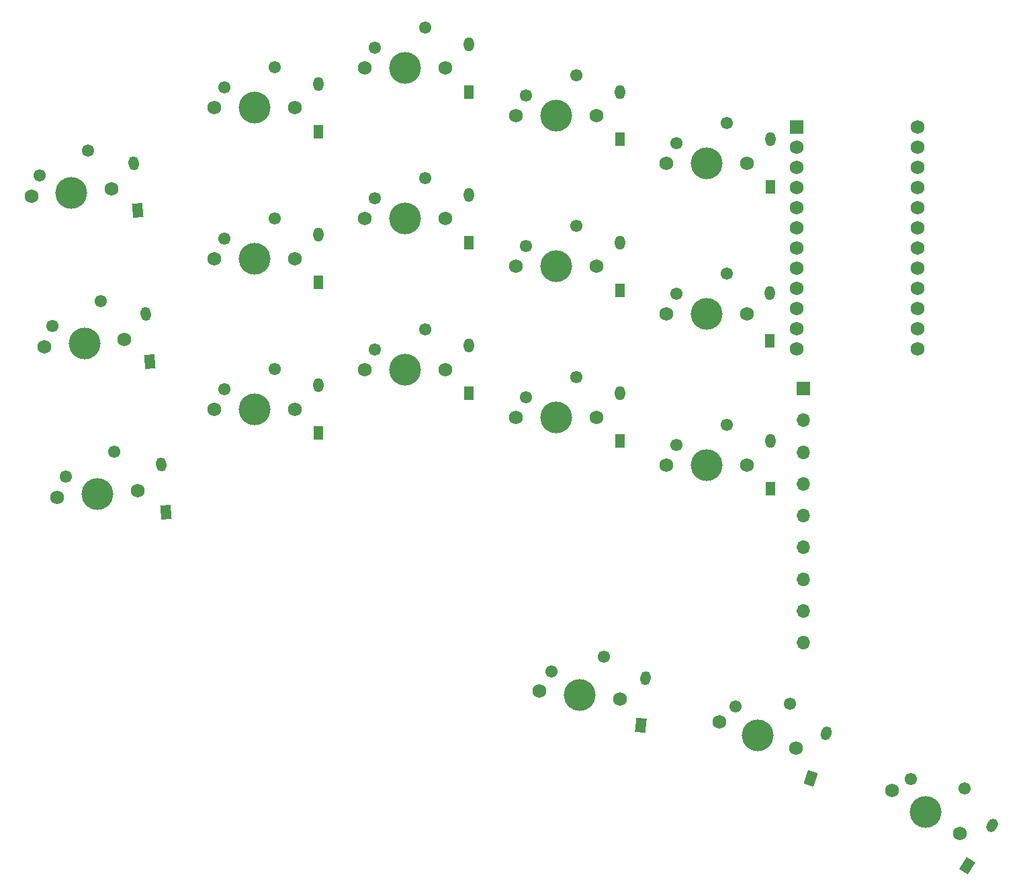
<source format=gts>
G04 #@! TF.GenerationSoftware,KiCad,Pcbnew,7.0.7*
G04 #@! TF.CreationDate,2023-11-26T11:13:30-07:00*
G04 #@! TF.ProjectId,TypeStationX,54797065-5374-4617-9469-6f6e582e6b69,rev?*
G04 #@! TF.SameCoordinates,Original*
G04 #@! TF.FileFunction,Soldermask,Top*
G04 #@! TF.FilePolarity,Negative*
%FSLAX46Y46*%
G04 Gerber Fmt 4.6, Leading zero omitted, Abs format (unit mm)*
G04 Created by KiCad (PCBNEW 7.0.7) date 2023-11-26 11:13:30*
%MOMM*%
%LPD*%
G01*
G04 APERTURE LIST*
G04 Aperture macros list*
%AMHorizOval*
0 Thick line with rounded ends*
0 $1 width*
0 $2 $3 position (X,Y) of the first rounded end (center of the circle)*
0 $4 $5 position (X,Y) of the second rounded end (center of the circle)*
0 Add line between two ends*
20,1,$1,$2,$3,$4,$5,0*
0 Add two circle primitives to create the rounded ends*
1,1,$1,$2,$3*
1,1,$1,$4,$5*%
%AMRotRect*
0 Rectangle, with rotation*
0 The origin of the aperture is its center*
0 $1 length*
0 $2 width*
0 $3 Rotation angle, in degrees counterclockwise*
0 Add horizontal line*
21,1,$1,$2,0,0,$3*%
G04 Aperture macros list end*
%ADD10C,1.750000*%
%ADD11C,1.550000*%
%ADD12C,4.000000*%
%ADD13R,1.700000X1.700000*%
%ADD14O,1.700000X1.700000*%
%ADD15R,1.752600X1.752600*%
%ADD16C,1.752600*%
%ADD17R,1.300000X1.778000*%
%ADD18O,1.300000X1.778000*%
%ADD19RotRect,1.778000X1.300000X95.000000*%
%ADD20HorizOval,1.300000X-0.020830X0.238091X0.020830X-0.238091X0*%
%ADD21RotRect,1.778000X1.300000X84.000000*%
%ADD22HorizOval,1.300000X0.024982X0.237691X-0.024982X-0.237691X0*%
%ADD23RotRect,1.778000X1.300000X71.000000*%
%ADD24HorizOval,1.300000X0.077811X0.225979X-0.077811X-0.225979X0*%
%ADD25RotRect,1.778000X1.300000X58.000000*%
%ADD26HorizOval,1.300000X0.126651X0.202683X-0.126651X-0.202683X0*%
G04 APERTURE END LIST*
D10*
X56767381Y-70603631D03*
D11*
X58037381Y-68063631D03*
D12*
X61847381Y-70603631D03*
D11*
X64387381Y-65523631D03*
D10*
X66927381Y-70603631D03*
X75767381Y-76603631D03*
D11*
X77037381Y-74063631D03*
D12*
X80847381Y-76603631D03*
D11*
X83387381Y-71523631D03*
D10*
X85927381Y-76603631D03*
X16350501Y-86717930D03*
D11*
X17394293Y-84076908D03*
D12*
X21411170Y-86275179D03*
D11*
X23498753Y-80993134D03*
D10*
X26471839Y-85832428D03*
X37767381Y-75603631D03*
D11*
X39037381Y-73063631D03*
D12*
X42847381Y-75603631D03*
D11*
X45387381Y-70523631D03*
D10*
X47927381Y-75603631D03*
X37767381Y-94603631D03*
D11*
X39037381Y-92063631D03*
D12*
X42847381Y-94603631D03*
D11*
X45387381Y-89523631D03*
D10*
X47927381Y-94603631D03*
X14713224Y-67748165D03*
D11*
X15757016Y-65107143D03*
D12*
X19773893Y-67305414D03*
D11*
X21861476Y-62023369D03*
D10*
X24834562Y-66862663D03*
X56767381Y-51603631D03*
D11*
X58037381Y-49063631D03*
D12*
X61847381Y-51603631D03*
D11*
X64387381Y-46523631D03*
D10*
X66927381Y-51603631D03*
X78790157Y-130061034D03*
D11*
X80318702Y-127667700D03*
D12*
X83842328Y-130592039D03*
D11*
X86899418Y-125805370D03*
D10*
X88894499Y-131123044D03*
X75767381Y-57603631D03*
D11*
X77037381Y-55063631D03*
D12*
X80847381Y-57603631D03*
D11*
X83387381Y-52523631D03*
D10*
X85927381Y-57603631D03*
X123167892Y-142643050D03*
D11*
X125590908Y-141162005D03*
D12*
X127475976Y-145335040D03*
D11*
X132322008Y-142372951D03*
D10*
X131784060Y-148027030D03*
X37767381Y-56603631D03*
D11*
X39037381Y-54063631D03*
D12*
X42847381Y-56603631D03*
D11*
X45387381Y-51523631D03*
D10*
X47927381Y-56603631D03*
X101457718Y-133987299D03*
D11*
X103485469Y-131999153D03*
D12*
X106260952Y-135641185D03*
D11*
X110316455Y-131664894D03*
D10*
X111064186Y-137295071D03*
D13*
X112000000Y-92000000D03*
D14*
X112000000Y-96000000D03*
X112000000Y-100000000D03*
X112000000Y-104000000D03*
X112000000Y-108000000D03*
X112000000Y-112000000D03*
X112000000Y-116000000D03*
X112000000Y-120000000D03*
X112000000Y-124000000D03*
D10*
X17999132Y-105706470D03*
D11*
X19042924Y-103065448D03*
D12*
X23059801Y-105263719D03*
D11*
X25147384Y-99981674D03*
D10*
X28120470Y-104820968D03*
X94767381Y-82603631D03*
D11*
X96037381Y-80063631D03*
D12*
X99847381Y-82603631D03*
D11*
X102387381Y-77523631D03*
D10*
X104927381Y-82603631D03*
X94767381Y-63603631D03*
D11*
X96037381Y-61063631D03*
D12*
X99847381Y-63603631D03*
D11*
X102387381Y-58523631D03*
D10*
X104927381Y-63603631D03*
X75767381Y-95603631D03*
D11*
X77037381Y-93063631D03*
D12*
X80847381Y-95603631D03*
D11*
X83387381Y-90523631D03*
D10*
X85927381Y-95603631D03*
X56767381Y-89603631D03*
D11*
X58037381Y-87063631D03*
D12*
X61847381Y-89603631D03*
D11*
X64387381Y-84523631D03*
D10*
X66927381Y-89603631D03*
X94767381Y-101603631D03*
D11*
X96037381Y-99063631D03*
D12*
X99847381Y-101603631D03*
D11*
X102387381Y-96523631D03*
D10*
X104927381Y-101603631D03*
D15*
X111180000Y-59030000D03*
D16*
X111180000Y-61570000D03*
X111180000Y-64110000D03*
X111180000Y-66650000D03*
X111180000Y-69190000D03*
X111180000Y-71730000D03*
X111180000Y-74270000D03*
X111180000Y-76810000D03*
X111180000Y-79350000D03*
X111180000Y-81890000D03*
X111180000Y-84430000D03*
X111180000Y-86970000D03*
X126420000Y-86970000D03*
X126420000Y-84430000D03*
X126420000Y-81890000D03*
X126420000Y-79350000D03*
X126420000Y-76810000D03*
X126420000Y-74270000D03*
X126420000Y-71730000D03*
X126420000Y-69190000D03*
X126420000Y-66650000D03*
X126420000Y-64110000D03*
X126420000Y-61570000D03*
X126420000Y-59030000D03*
D17*
X88900000Y-98603631D03*
D18*
X88900000Y-92603631D03*
D17*
X88900000Y-60603631D03*
D18*
X88900000Y-54603631D03*
D19*
X29644424Y-88566322D03*
D20*
X29121490Y-82589154D03*
D21*
X91540064Y-134417629D03*
D22*
X92167234Y-128450497D03*
D17*
X50900000Y-78603631D03*
D18*
X50900000Y-72603631D03*
D17*
X69900000Y-92603631D03*
D18*
X69900000Y-86603631D03*
D19*
X28161467Y-69588584D03*
D20*
X27638533Y-63611416D03*
D23*
X112934272Y-141111856D03*
D24*
X114887680Y-135438744D03*
D17*
X107823227Y-85999079D03*
D18*
X107823227Y-79999079D03*
D17*
X107900000Y-66600000D03*
D18*
X107900000Y-60600000D03*
D17*
X107900000Y-104603631D03*
D18*
X107900000Y-98603631D03*
D17*
X50900000Y-97600000D03*
D18*
X50900000Y-91600000D03*
D17*
X69900000Y-73603631D03*
D18*
X69900000Y-67603631D03*
D17*
X50900000Y-59600000D03*
D18*
X50900000Y-53600000D03*
D17*
X88900000Y-79603631D03*
D18*
X88900000Y-73603631D03*
D25*
X132670603Y-152118538D03*
D26*
X135850119Y-147030250D03*
D19*
X31640760Y-107524442D03*
D20*
X31117826Y-101547274D03*
D17*
X69900000Y-54603631D03*
D18*
X69900000Y-48603631D03*
M02*

</source>
